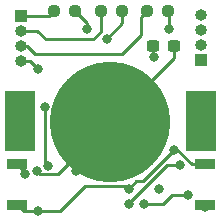
<source format=gbr>
%TF.GenerationSoftware,KiCad,Pcbnew,(6.0.0)*%
%TF.CreationDate,2022-01-30T23:08:43+01:00*%
%TF.ProjectId,TINYPLAY_PCB,54494e59-504c-4415-995f-5043422e6b69,rev?*%
%TF.SameCoordinates,Original*%
%TF.FileFunction,Copper,L2,Bot*%
%TF.FilePolarity,Positive*%
%FSLAX46Y46*%
G04 Gerber Fmt 4.6, Leading zero omitted, Abs format (unit mm)*
G04 Created by KiCad (PCBNEW (6.0.0)) date 2022-01-30 23:08:43*
%MOMM*%
%LPD*%
G01*
G04 APERTURE LIST*
G04 Aperture macros list*
%AMRoundRect*
0 Rectangle with rounded corners*
0 $1 Rounding radius*
0 $2 $3 $4 $5 $6 $7 $8 $9 X,Y pos of 4 corners*
0 Add a 4 corners polygon primitive as box body*
4,1,4,$2,$3,$4,$5,$6,$7,$8,$9,$2,$3,0*
0 Add four circle primitives for the rounded corners*
1,1,$1+$1,$2,$3*
1,1,$1+$1,$4,$5*
1,1,$1+$1,$6,$7*
1,1,$1+$1,$8,$9*
0 Add four rect primitives between the rounded corners*
20,1,$1+$1,$2,$3,$4,$5,0*
20,1,$1+$1,$4,$5,$6,$7,0*
20,1,$1+$1,$6,$7,$8,$9,0*
20,1,$1+$1,$8,$9,$2,$3,0*%
G04 Aperture macros list end*
%TA.AperFunction,ComponentPad*%
%ADD10R,1.000000X1.000000*%
%TD*%
%TA.AperFunction,ComponentPad*%
%ADD11O,1.000000X1.000000*%
%TD*%
%TA.AperFunction,SMDPad,CuDef*%
%ADD12RoundRect,0.237500X0.250000X0.237500X-0.250000X0.237500X-0.250000X-0.237500X0.250000X-0.237500X0*%
%TD*%
%TA.AperFunction,SMDPad,CuDef*%
%ADD13C,10.200000*%
%TD*%
%TA.AperFunction,SMDPad,CuDef*%
%ADD14R,2.500000X5.100000*%
%TD*%
%TA.AperFunction,SMDPad,CuDef*%
%ADD15RoundRect,0.237500X-0.300000X-0.237500X0.300000X-0.237500X0.300000X0.237500X-0.300000X0.237500X0*%
%TD*%
%TA.AperFunction,SMDPad,CuDef*%
%ADD16R,1.700000X0.900000*%
%TD*%
%TA.AperFunction,ViaPad*%
%ADD17C,0.800000*%
%TD*%
%TA.AperFunction,Conductor*%
%ADD18C,0.250000*%
%TD*%
G04 APERTURE END LIST*
D10*
%TO.P,J7,1,Pin_1*%
%TO.N,Net-(J7-Pad1)*%
X96900000Y-34000000D03*
D11*
%TO.P,J7,2,Pin_2*%
%TO.N,Net-(J7-Pad2)*%
X96900000Y-32730000D03*
%TO.P,J7,3,Pin_3*%
%TO.N,Net-(J7-Pad3)*%
X96900000Y-31460000D03*
%TO.P,J7,4,Pin_4*%
%TO.N,Net-(J7-Pad4)*%
X96900000Y-30190000D03*
%TD*%
D10*
%TO.P,J6,1,Pin_1*%
%TO.N,Net-(J6-Pad1)*%
X81600000Y-30200000D03*
D11*
%TO.P,J6,2,Pin_2*%
%TO.N,Net-(J6-Pad2)*%
X81600000Y-31470000D03*
%TO.P,J6,3,Pin_3*%
%TO.N,Net-(J6-Pad3)*%
X81600000Y-32740000D03*
%TO.P,J6,4,Pin_4*%
%TO.N,Net-(J6-Pad4)*%
X81600000Y-34010000D03*
%TD*%
D12*
%TO.P,R6,1*%
%TO.N,Net-(R6-Pad1)*%
X94112500Y-29800000D03*
%TO.P,R6,2*%
%TO.N,Net-(J6-Pad3)*%
X92287500Y-29800000D03*
%TD*%
D13*
%TO.P,BT1,N*%
%TO.N,GND*%
X89200000Y-39200000D03*
D14*
%TO.P,BT1,P1*%
%TO.N,N/C*%
X96850000Y-39150000D03*
%TO.P,BT1,P2*%
%TO.N,Net-(BT1-Pad1)*%
X81550000Y-39150000D03*
%TD*%
D15*
%TO.P,C1,1*%
%TO.N,VDD*%
X92837500Y-32750000D03*
%TO.P,C1,2*%
%TO.N,GND*%
X94562500Y-32750000D03*
%TD*%
D12*
%TO.P,R4,1*%
%TO.N,Net-(R4-Pad1)*%
X86212500Y-29800000D03*
%TO.P,R4,2*%
%TO.N,Net-(J6-Pad1)*%
X84387500Y-29800000D03*
%TD*%
D16*
%TO.P,SW3,1,1*%
%TO.N,Net-(R2-Pad2)*%
X81300000Y-42800000D03*
%TO.P,SW3,2,2*%
%TO.N,VDD*%
X81300000Y-46200000D03*
%TD*%
%TO.P,SW2,1,1*%
%TO.N,Net-(R1-Pad2)*%
X97200000Y-46200000D03*
%TO.P,SW2,2,2*%
%TO.N,VDD*%
X97200000Y-42800000D03*
%TD*%
D12*
%TO.P,R5,1*%
%TO.N,Net-(R5-Pad1)*%
X90212500Y-29800000D03*
%TO.P,R5,2*%
%TO.N,Net-(J6-Pad2)*%
X88387500Y-29800000D03*
%TD*%
D17*
%TO.N,GND*%
X87800000Y-41000000D03*
X86262701Y-43337299D03*
X82950000Y-43400000D03*
X93320000Y-44865000D03*
X90050000Y-43424500D03*
%TO.N,Net-(BT1-Pad1)*%
X81550000Y-39150000D03*
%TO.N,/PB0*%
X90780000Y-46135000D03*
X95100000Y-42850000D03*
%TO.N,/PB1*%
X95800000Y-45400000D03*
X92050000Y-46150000D03*
%TO.N,Net-(J6-Pad4)*%
X83100000Y-34700000D03*
%TO.N,Net-(R1-Pad2)*%
X97200000Y-46450000D03*
%TO.N,Net-(R2-Pad2)*%
X81951231Y-43609904D03*
%TO.N,Net-(R4-Pad1)*%
X87250000Y-31300000D03*
%TO.N,Net-(R5-Pad1)*%
X88900000Y-32150000D03*
%TO.N,Net-(R6-Pad1)*%
X94150000Y-31300000D03*
%TO.N,/PB2*%
X83900000Y-42924500D03*
X83646049Y-37920172D03*
%TO.N,VDD*%
X94600000Y-41600000D03*
X92900000Y-33750000D03*
X90750000Y-44850000D03*
X83050000Y-46750000D03*
%TD*%
D18*
%TO.N,GND*%
X89200000Y-42574500D02*
X89200000Y-39200000D01*
X86262701Y-43337299D02*
X89200000Y-40400000D01*
X94562500Y-32750000D02*
X94562500Y-33837500D01*
X82950000Y-43400000D02*
X83199011Y-43649011D01*
X89200000Y-39600000D02*
X89200000Y-39200000D01*
X92250000Y-42500000D02*
X89200000Y-39450000D01*
X90050000Y-43424500D02*
X89200000Y-42574500D01*
X89200000Y-40400000D02*
X89200000Y-39200000D01*
X94562500Y-33837500D02*
X89200000Y-39200000D01*
X83199011Y-43649011D02*
X84750989Y-43649011D01*
X89200000Y-39450000D02*
X89200000Y-39200000D01*
X87800000Y-41000000D02*
X89200000Y-39600000D01*
X84750989Y-43649011D02*
X89200000Y-39200000D01*
%TO.N,Net-(BT1-Pad1)*%
X81550000Y-38350011D02*
X81650011Y-38250000D01*
%TO.N,/PB0*%
X95100000Y-42850000D02*
X93985718Y-42850000D01*
X93985718Y-42850000D02*
X90780000Y-46055718D01*
X90780000Y-46055718D02*
X90780000Y-46135000D01*
%TO.N,/PB1*%
X95800000Y-45400000D02*
X94400000Y-45400000D01*
X93650000Y-46150000D02*
X92050000Y-46150000D01*
X94400000Y-45400000D02*
X93650000Y-46150000D01*
%TO.N,Net-(J6-Pad1)*%
X84387500Y-29800000D02*
X83987500Y-30200000D01*
X83987500Y-30200000D02*
X81600000Y-30200000D01*
%TO.N,Net-(J6-Pad2)*%
X83020000Y-31470000D02*
X83774521Y-32224521D01*
X88387500Y-31562500D02*
X88387500Y-29800000D01*
X87725479Y-32224521D02*
X88387500Y-31562500D01*
X83774521Y-32224521D02*
X87725479Y-32224521D01*
X81600000Y-31470000D02*
X83020000Y-31470000D01*
%TO.N,Net-(J6-Pad3)*%
X81600000Y-32740000D02*
X82140000Y-32740000D01*
X82140000Y-32740000D02*
X82850000Y-33450000D01*
X90150000Y-33450000D02*
X91775479Y-31824521D01*
X91775479Y-31824521D02*
X91775479Y-30312021D01*
X91775479Y-30312021D02*
X92287500Y-29800000D01*
X82850000Y-33450000D02*
X90150000Y-33450000D01*
%TO.N,Net-(J6-Pad4)*%
X83100000Y-34700000D02*
X82410000Y-34010000D01*
X82410000Y-34010000D02*
X81600000Y-34010000D01*
%TO.N,Net-(R1-Pad2)*%
X97200000Y-46450000D02*
X97200000Y-46200000D01*
%TO.N,Net-(R2-Pad2)*%
X81951231Y-43451231D02*
X81300000Y-42800000D01*
X81951231Y-43609904D02*
X81951231Y-43451231D01*
%TO.N,Net-(R4-Pad1)*%
X87250000Y-31300000D02*
X87250000Y-30837500D01*
X87250000Y-30837500D02*
X86212500Y-29800000D01*
%TO.N,Net-(R5-Pad1)*%
X88900000Y-32150000D02*
X90212500Y-30837500D01*
X90212500Y-30837500D02*
X90212500Y-29800000D01*
%TO.N,Net-(R6-Pad1)*%
X94150000Y-29837500D02*
X94112500Y-29800000D01*
X94150000Y-31300000D02*
X94150000Y-29837500D01*
%TO.N,/PB2*%
X83900000Y-42924500D02*
X83646049Y-42670549D01*
X83646049Y-42670549D02*
X83646049Y-37920172D01*
%TO.N,VDD*%
X91950000Y-44250000D02*
X91350000Y-44250000D01*
X87019821Y-44630179D02*
X85750000Y-45900000D01*
X92837500Y-33687500D02*
X92837500Y-32750000D01*
X94600000Y-41600000D02*
X91950000Y-44250000D01*
X94600000Y-41600000D02*
X94874614Y-41600000D01*
X94874614Y-41600000D02*
X96074614Y-42800000D01*
X91350000Y-44250000D02*
X90750000Y-44850000D01*
X83050000Y-46750000D02*
X81850000Y-46750000D01*
X90530179Y-44630179D02*
X87019821Y-44630179D01*
X81850000Y-46750000D02*
X81300000Y-46200000D01*
X85750000Y-45900000D02*
X84900000Y-46750000D01*
X84900000Y-46750000D02*
X83050000Y-46750000D01*
X92900000Y-33750000D02*
X92837500Y-33687500D01*
X90750000Y-44850000D02*
X90530179Y-44630179D01*
X96074614Y-42800000D02*
X97200000Y-42800000D01*
%TD*%
M02*

</source>
